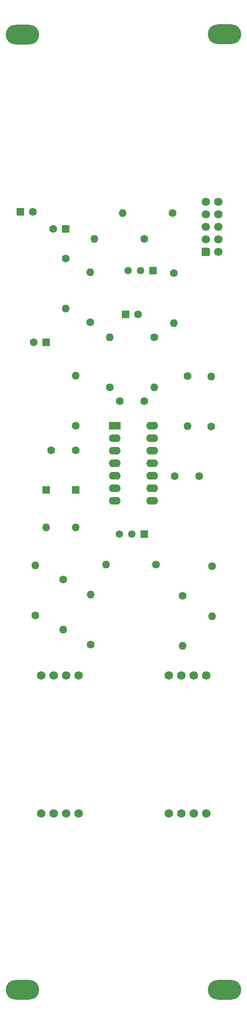
<source format=gbr>
%TF.GenerationSoftware,KiCad,Pcbnew,5.1.10-88a1d61d58~90~ubuntu21.04.1*%
%TF.CreationDate,2021-10-26T22:35:56+02:00*%
%TF.ProjectId,kosmo-sample-and-hold,6b6f736d-6f2d-4736-916d-706c652d616e,v1.0.1*%
%TF.SameCoordinates,Original*%
%TF.FileFunction,Soldermask,Bot*%
%TF.FilePolarity,Negative*%
%FSLAX46Y46*%
G04 Gerber Fmt 4.6, Leading zero omitted, Abs format (unit mm)*
G04 Created by KiCad (PCBNEW 5.1.10-88a1d61d58~90~ubuntu21.04.1) date 2021-10-26 22:35:56*
%MOMM*%
%LPD*%
G01*
G04 APERTURE LIST*
%ADD10R,1.500000X1.500000*%
%ADD11C,1.500000*%
%ADD12O,1.600000X1.600000*%
%ADD13C,1.600000*%
%ADD14C,1.700000*%
%ADD15R,1.600000X1.600000*%
%ADD16C,1.750000*%
%ADD17O,6.800000X4.000000*%
%ADD18O,2.400000X1.600000*%
%ADD19R,2.400000X1.600000*%
G04 APERTURE END LIST*
D10*
%TO.C,Q2*%
X116000000Y-81000000D03*
D11*
X110920000Y-81000000D03*
X113460000Y-81000000D03*
%TD*%
D12*
%TO.C,R16*%
X104040000Y-74500000D03*
D13*
X114200000Y-74500000D03*
%TD*%
D12*
%TO.C,R15*%
X109840000Y-69300000D03*
D13*
X120000000Y-69300000D03*
%TD*%
D14*
%TO.C,POWER1*%
X129240000Y-67040000D03*
X129240000Y-69580000D03*
X129240000Y-72120000D03*
X129240000Y-74660000D03*
X129240000Y-77200000D03*
X126700000Y-67040000D03*
X126700000Y-69580000D03*
X126700000Y-72120000D03*
X126700000Y-74660000D03*
G36*
G01*
X125850000Y-77800000D02*
X125850000Y-76600000D01*
G75*
G02*
X126100000Y-76350000I250000J0D01*
G01*
X127300000Y-76350000D01*
G75*
G02*
X127550000Y-76600000I0J-250000D01*
G01*
X127550000Y-77800000D01*
G75*
G02*
X127300000Y-78050000I-250000J0D01*
G01*
X126100000Y-78050000D01*
G75*
G02*
X125850000Y-77800000I0J250000D01*
G01*
G37*
%TD*%
D13*
%TO.C,C8*%
X114200000Y-107500000D03*
X109200000Y-107500000D03*
%TD*%
%TO.C,C7*%
X91500000Y-69000000D03*
D15*
X89000000Y-69000000D03*
%TD*%
D13*
%TO.C,C6*%
X95700000Y-72500000D03*
D15*
X98200000Y-72500000D03*
%TD*%
D16*
%TO.C,NOISE1*%
X121750000Y-163205000D03*
X126830000Y-163205000D03*
X119210000Y-163205000D03*
X124290000Y-163205000D03*
%TD*%
%TO.C,OUT1*%
X121750000Y-191205000D03*
X126830000Y-191205000D03*
X119210000Y-191205000D03*
X124290000Y-191205000D03*
%TD*%
%TO.C,IN1*%
X95750000Y-191205000D03*
X100830000Y-191205000D03*
X93210000Y-191205000D03*
X98290000Y-191205000D03*
%TD*%
%TO.C,TRIG1*%
X95750000Y-163205000D03*
X100830000Y-163205000D03*
X93210000Y-163205000D03*
X98290000Y-163205000D03*
%TD*%
D17*
%TO.C,REF\u002A\u002A*%
X130572961Y-32998051D03*
X130572961Y-226998051D03*
%TD*%
%TO.C,REF\u002A\u002A*%
X89425654Y-33015821D03*
X89425654Y-227015821D03*
%TD*%
D18*
%TO.C,U1*%
X115820000Y-112500000D03*
X108200000Y-127740000D03*
X115820000Y-115040000D03*
X108200000Y-125200000D03*
X115820000Y-117580000D03*
X108200000Y-122660000D03*
X115820000Y-120120000D03*
X108200000Y-120120000D03*
X115820000Y-122660000D03*
X108200000Y-117580000D03*
X115820000Y-125200000D03*
X108200000Y-115040000D03*
X115820000Y-127740000D03*
D19*
X108200000Y-112500000D03*
%TD*%
D12*
%TO.C,R14*%
X128000000Y-151160000D03*
D13*
X128000000Y-141000000D03*
%TD*%
D12*
%TO.C,R13*%
X122000000Y-157160000D03*
D13*
X122000000Y-147000000D03*
%TD*%
D12*
%TO.C,R12*%
X123000000Y-112560000D03*
D13*
X123000000Y-102400000D03*
%TD*%
D12*
%TO.C,R11*%
X127800000Y-102440000D03*
D13*
X127800000Y-112600000D03*
%TD*%
D12*
%TO.C,R10*%
X120200000Y-91660000D03*
D13*
X120200000Y-81500000D03*
%TD*%
D12*
%TO.C,R9*%
X103200000Y-81340000D03*
D13*
X103200000Y-91500000D03*
%TD*%
D12*
%TO.C,R8*%
X106440000Y-140700000D03*
D13*
X116600000Y-140700000D03*
%TD*%
D12*
%TO.C,R7*%
X98200000Y-88660000D03*
D13*
X98200000Y-78500000D03*
%TD*%
D12*
%TO.C,R6*%
X107200000Y-94540000D03*
D13*
X107200000Y-104700000D03*
%TD*%
D12*
%TO.C,R5*%
X116200000Y-104660000D03*
D13*
X116200000Y-94500000D03*
%TD*%
D12*
%TO.C,R4*%
X103300000Y-146740000D03*
D13*
X103300000Y-156900000D03*
%TD*%
D12*
%TO.C,R3*%
X92000000Y-140840000D03*
D13*
X92000000Y-151000000D03*
%TD*%
D12*
%TO.C,R2*%
X100200000Y-102340000D03*
D13*
X100200000Y-112500000D03*
%TD*%
D12*
%TO.C,R1*%
X97700000Y-153860000D03*
D13*
X97700000Y-143700000D03*
%TD*%
D10*
%TO.C,Q1*%
X114200000Y-134500000D03*
D11*
X109120000Y-134500000D03*
X111660000Y-134500000D03*
%TD*%
D12*
%TO.C,D2*%
X100200000Y-133120000D03*
D15*
X100200000Y-125500000D03*
%TD*%
D12*
%TO.C,D1*%
X94200000Y-133120000D03*
D15*
X94200000Y-125500000D03*
%TD*%
D13*
%TO.C,C4*%
X125400000Y-122700000D03*
X120400000Y-122700000D03*
%TD*%
%TO.C,C3*%
X112900000Y-89900000D03*
D15*
X110400000Y-89900000D03*
%TD*%
D13*
%TO.C,C2*%
X91700000Y-95500000D03*
D15*
X94200000Y-95500000D03*
%TD*%
D13*
%TO.C,C1*%
X95200000Y-117500000D03*
X100200000Y-117500000D03*
%TD*%
M02*

</source>
